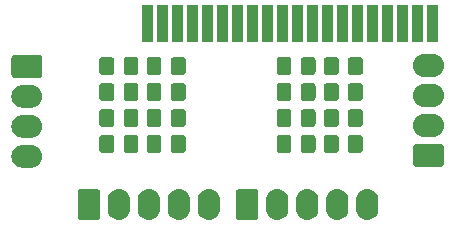
<source format=gbr>
G04 #@! TF.GenerationSoftware,KiCad,Pcbnew,(5.1.4)-1*
G04 #@! TF.CreationDate,2023-01-28T21:19:40+01:00*
G04 #@! TF.ProjectId,SEN-UP1-8xTH,53454e2d-5550-4312-9d38-7854482e6b69,V00.02*
G04 #@! TF.SameCoordinates,Original*
G04 #@! TF.FileFunction,Soldermask,Top*
G04 #@! TF.FilePolarity,Negative*
%FSLAX46Y46*%
G04 Gerber Fmt 4.6, Leading zero omitted, Abs format (unit mm)*
G04 Created by KiCad (PCBNEW (5.1.4)-1) date 2023-01-28 21:19:40*
%MOMM*%
%LPD*%
G04 APERTURE LIST*
%ADD10C,0.100000*%
G04 APERTURE END LIST*
D10*
G36*
X100476427Y-136212760D02*
G01*
X100655693Y-136267140D01*
X100820902Y-136355445D01*
X100965712Y-136474288D01*
X101084555Y-136619098D01*
X101172860Y-136784306D01*
X101227240Y-136963572D01*
X101241000Y-137103282D01*
X101241000Y-137896717D01*
X101227240Y-138036427D01*
X101172860Y-138215694D01*
X101084555Y-138380902D01*
X100965712Y-138525712D01*
X100820902Y-138644555D01*
X100655694Y-138732860D01*
X100476428Y-138787240D01*
X100290000Y-138805601D01*
X100103573Y-138787240D01*
X99924307Y-138732860D01*
X99759099Y-138644555D01*
X99614289Y-138525712D01*
X99495446Y-138380902D01*
X99407141Y-138215694D01*
X99352760Y-138036428D01*
X99339000Y-137896718D01*
X99339000Y-137103283D01*
X99352760Y-136963573D01*
X99407140Y-136784307D01*
X99495445Y-136619098D01*
X99614288Y-136474288D01*
X99759098Y-136355445D01*
X99924306Y-136267140D01*
X100103572Y-136212760D01*
X100290000Y-136194399D01*
X100476427Y-136212760D01*
X100476427Y-136212760D01*
G37*
G36*
X103016427Y-136212760D02*
G01*
X103195693Y-136267140D01*
X103360902Y-136355445D01*
X103505712Y-136474288D01*
X103624555Y-136619098D01*
X103712860Y-136784306D01*
X103767240Y-136963572D01*
X103781000Y-137103282D01*
X103781000Y-137896717D01*
X103767240Y-138036427D01*
X103712860Y-138215694D01*
X103624555Y-138380902D01*
X103505712Y-138525712D01*
X103360902Y-138644555D01*
X103195694Y-138732860D01*
X103016428Y-138787240D01*
X102830000Y-138805601D01*
X102643573Y-138787240D01*
X102464307Y-138732860D01*
X102299099Y-138644555D01*
X102154289Y-138525712D01*
X102035446Y-138380902D01*
X101947141Y-138215694D01*
X101892760Y-138036428D01*
X101879000Y-137896718D01*
X101879000Y-137103283D01*
X101892760Y-136963573D01*
X101947140Y-136784307D01*
X102035445Y-136619098D01*
X102154288Y-136474288D01*
X102299098Y-136355445D01*
X102464306Y-136267140D01*
X102643572Y-136212760D01*
X102830000Y-136194399D01*
X103016427Y-136212760D01*
X103016427Y-136212760D01*
G37*
G36*
X105556427Y-136212760D02*
G01*
X105735693Y-136267140D01*
X105900902Y-136355445D01*
X106045712Y-136474288D01*
X106164555Y-136619098D01*
X106252860Y-136784306D01*
X106307240Y-136963572D01*
X106321000Y-137103282D01*
X106321000Y-137896717D01*
X106307240Y-138036427D01*
X106252860Y-138215694D01*
X106164555Y-138380902D01*
X106045712Y-138525712D01*
X105900902Y-138644555D01*
X105735694Y-138732860D01*
X105556428Y-138787240D01*
X105370000Y-138805601D01*
X105183573Y-138787240D01*
X105004307Y-138732860D01*
X104839099Y-138644555D01*
X104694289Y-138525712D01*
X104575446Y-138380902D01*
X104487141Y-138215694D01*
X104432760Y-138036428D01*
X104419000Y-137896718D01*
X104419000Y-137103283D01*
X104432760Y-136963573D01*
X104487140Y-136784307D01*
X104575445Y-136619098D01*
X104694288Y-136474288D01*
X104839098Y-136355445D01*
X105004306Y-136267140D01*
X105183572Y-136212760D01*
X105370000Y-136194399D01*
X105556427Y-136212760D01*
X105556427Y-136212760D01*
G37*
G36*
X108096427Y-136212760D02*
G01*
X108275693Y-136267140D01*
X108440902Y-136355445D01*
X108585712Y-136474288D01*
X108704555Y-136619098D01*
X108792860Y-136784306D01*
X108847240Y-136963572D01*
X108861000Y-137103282D01*
X108861000Y-137896717D01*
X108847240Y-138036427D01*
X108792860Y-138215694D01*
X108704555Y-138380902D01*
X108585712Y-138525712D01*
X108440902Y-138644555D01*
X108275694Y-138732860D01*
X108096428Y-138787240D01*
X107910000Y-138805601D01*
X107723573Y-138787240D01*
X107544307Y-138732860D01*
X107379099Y-138644555D01*
X107234289Y-138525712D01*
X107115446Y-138380902D01*
X107027141Y-138215694D01*
X106972760Y-138036428D01*
X106959000Y-137896718D01*
X106959000Y-137103283D01*
X106972760Y-136963573D01*
X107027140Y-136784307D01*
X107115445Y-136619098D01*
X107234288Y-136474288D01*
X107379098Y-136355445D01*
X107544306Y-136267140D01*
X107723572Y-136212760D01*
X107910000Y-136194399D01*
X108096427Y-136212760D01*
X108096427Y-136212760D01*
G37*
G36*
X113876427Y-136212760D02*
G01*
X114055693Y-136267140D01*
X114220902Y-136355445D01*
X114365712Y-136474288D01*
X114484555Y-136619098D01*
X114572860Y-136784306D01*
X114627240Y-136963572D01*
X114641000Y-137103282D01*
X114641000Y-137896717D01*
X114627240Y-138036427D01*
X114572860Y-138215694D01*
X114484555Y-138380902D01*
X114365712Y-138525712D01*
X114220902Y-138644555D01*
X114055694Y-138732860D01*
X113876428Y-138787240D01*
X113690000Y-138805601D01*
X113503573Y-138787240D01*
X113324307Y-138732860D01*
X113159099Y-138644555D01*
X113014289Y-138525712D01*
X112895446Y-138380902D01*
X112807141Y-138215694D01*
X112752760Y-138036428D01*
X112739000Y-137896718D01*
X112739000Y-137103283D01*
X112752760Y-136963573D01*
X112807140Y-136784307D01*
X112895445Y-136619098D01*
X113014288Y-136474288D01*
X113159098Y-136355445D01*
X113324306Y-136267140D01*
X113503572Y-136212760D01*
X113690000Y-136194399D01*
X113876427Y-136212760D01*
X113876427Y-136212760D01*
G37*
G36*
X118956427Y-136212760D02*
G01*
X119135693Y-136267140D01*
X119300902Y-136355445D01*
X119445712Y-136474288D01*
X119564555Y-136619098D01*
X119652860Y-136784306D01*
X119707240Y-136963572D01*
X119721000Y-137103282D01*
X119721000Y-137896717D01*
X119707240Y-138036427D01*
X119652860Y-138215694D01*
X119564555Y-138380902D01*
X119445712Y-138525712D01*
X119300902Y-138644555D01*
X119135694Y-138732860D01*
X118956428Y-138787240D01*
X118770000Y-138805601D01*
X118583573Y-138787240D01*
X118404307Y-138732860D01*
X118239099Y-138644555D01*
X118094289Y-138525712D01*
X117975446Y-138380902D01*
X117887141Y-138215694D01*
X117832760Y-138036428D01*
X117819000Y-137896718D01*
X117819000Y-137103283D01*
X117832760Y-136963573D01*
X117887140Y-136784307D01*
X117975445Y-136619098D01*
X118094288Y-136474288D01*
X118239098Y-136355445D01*
X118404306Y-136267140D01*
X118583572Y-136212760D01*
X118770000Y-136194399D01*
X118956427Y-136212760D01*
X118956427Y-136212760D01*
G37*
G36*
X121496427Y-136212760D02*
G01*
X121675693Y-136267140D01*
X121840902Y-136355445D01*
X121985712Y-136474288D01*
X122104555Y-136619098D01*
X122192860Y-136784306D01*
X122247240Y-136963572D01*
X122261000Y-137103282D01*
X122261000Y-137896717D01*
X122247240Y-138036427D01*
X122192860Y-138215694D01*
X122104555Y-138380902D01*
X121985712Y-138525712D01*
X121840902Y-138644555D01*
X121675694Y-138732860D01*
X121496428Y-138787240D01*
X121310000Y-138805601D01*
X121123573Y-138787240D01*
X120944307Y-138732860D01*
X120779099Y-138644555D01*
X120634289Y-138525712D01*
X120515446Y-138380902D01*
X120427141Y-138215694D01*
X120372760Y-138036428D01*
X120359000Y-137896718D01*
X120359000Y-137103283D01*
X120372760Y-136963573D01*
X120427140Y-136784307D01*
X120515445Y-136619098D01*
X120634288Y-136474288D01*
X120779098Y-136355445D01*
X120944306Y-136267140D01*
X121123572Y-136212760D01*
X121310000Y-136194399D01*
X121496427Y-136212760D01*
X121496427Y-136212760D01*
G37*
G36*
X116416427Y-136212760D02*
G01*
X116595693Y-136267140D01*
X116760902Y-136355445D01*
X116905712Y-136474288D01*
X117024555Y-136619098D01*
X117112860Y-136784306D01*
X117167240Y-136963572D01*
X117181000Y-137103282D01*
X117181000Y-137896717D01*
X117167240Y-138036427D01*
X117112860Y-138215694D01*
X117024555Y-138380902D01*
X116905712Y-138525712D01*
X116760902Y-138644555D01*
X116595694Y-138732860D01*
X116416428Y-138787240D01*
X116230000Y-138805601D01*
X116043573Y-138787240D01*
X115864307Y-138732860D01*
X115699099Y-138644555D01*
X115554289Y-138525712D01*
X115435446Y-138380902D01*
X115347141Y-138215694D01*
X115292760Y-138036428D01*
X115279000Y-137896718D01*
X115279000Y-137103283D01*
X115292760Y-136963573D01*
X115347140Y-136784307D01*
X115435445Y-136619098D01*
X115554288Y-136474288D01*
X115699098Y-136355445D01*
X115864306Y-136267140D01*
X116043572Y-136212760D01*
X116230000Y-136194399D01*
X116416427Y-136212760D01*
X116416427Y-136212760D01*
G37*
G36*
X98517208Y-136203623D02*
G01*
X98559989Y-136216601D01*
X98599413Y-136237673D01*
X98633969Y-136266031D01*
X98662327Y-136300587D01*
X98683399Y-136340011D01*
X98696377Y-136382792D01*
X98701000Y-136429732D01*
X98701000Y-138570268D01*
X98696377Y-138617208D01*
X98683399Y-138659989D01*
X98662327Y-138699413D01*
X98633969Y-138733969D01*
X98599413Y-138762327D01*
X98559989Y-138783399D01*
X98517208Y-138796377D01*
X98470268Y-138801000D01*
X97029732Y-138801000D01*
X96982792Y-138796377D01*
X96940011Y-138783399D01*
X96900587Y-138762327D01*
X96866031Y-138733969D01*
X96837673Y-138699413D01*
X96816601Y-138659989D01*
X96803623Y-138617208D01*
X96799000Y-138570268D01*
X96799000Y-136429732D01*
X96803623Y-136382792D01*
X96816601Y-136340011D01*
X96837673Y-136300587D01*
X96866031Y-136266031D01*
X96900587Y-136237673D01*
X96940011Y-136216601D01*
X96982792Y-136203623D01*
X97029732Y-136199000D01*
X98470268Y-136199000D01*
X98517208Y-136203623D01*
X98517208Y-136203623D01*
G37*
G36*
X111917208Y-136203623D02*
G01*
X111959989Y-136216601D01*
X111999413Y-136237673D01*
X112033969Y-136266031D01*
X112062327Y-136300587D01*
X112083399Y-136340011D01*
X112096377Y-136382792D01*
X112101000Y-136429732D01*
X112101000Y-138570268D01*
X112096377Y-138617208D01*
X112083399Y-138659989D01*
X112062327Y-138699413D01*
X112033969Y-138733969D01*
X111999413Y-138762327D01*
X111959989Y-138783399D01*
X111917208Y-138796377D01*
X111870268Y-138801000D01*
X110429732Y-138801000D01*
X110382792Y-138796377D01*
X110340011Y-138783399D01*
X110300587Y-138762327D01*
X110266031Y-138733969D01*
X110237673Y-138699413D01*
X110216601Y-138659989D01*
X110203623Y-138617208D01*
X110199000Y-138570268D01*
X110199000Y-136429732D01*
X110203623Y-136382792D01*
X110216601Y-136340011D01*
X110237673Y-136300587D01*
X110266031Y-136266031D01*
X110300587Y-136237673D01*
X110340011Y-136216601D01*
X110382792Y-136203623D01*
X110429732Y-136199000D01*
X111870268Y-136199000D01*
X111917208Y-136203623D01*
X111917208Y-136203623D01*
G37*
G36*
X93036428Y-132482760D02*
G01*
X93215694Y-132537140D01*
X93380902Y-132625445D01*
X93525712Y-132744288D01*
X93644555Y-132889098D01*
X93732860Y-133054306D01*
X93787240Y-133233572D01*
X93805601Y-133420000D01*
X93787240Y-133606428D01*
X93732860Y-133785694D01*
X93644555Y-133950902D01*
X93525712Y-134095712D01*
X93380902Y-134214555D01*
X93215694Y-134302860D01*
X93036428Y-134357240D01*
X92896718Y-134371000D01*
X92103282Y-134371000D01*
X91963572Y-134357240D01*
X91784306Y-134302860D01*
X91619098Y-134214555D01*
X91474288Y-134095712D01*
X91355445Y-133950902D01*
X91267140Y-133785694D01*
X91212760Y-133606428D01*
X91194399Y-133420000D01*
X91212760Y-133233572D01*
X91267140Y-133054306D01*
X91355445Y-132889098D01*
X91474288Y-132744288D01*
X91619098Y-132625445D01*
X91784306Y-132537140D01*
X91963572Y-132482760D01*
X92103282Y-132469000D01*
X92896718Y-132469000D01*
X93036428Y-132482760D01*
X93036428Y-132482760D01*
G37*
G36*
X127617208Y-132393623D02*
G01*
X127659989Y-132406601D01*
X127699413Y-132427673D01*
X127733969Y-132456031D01*
X127762327Y-132490587D01*
X127783399Y-132530011D01*
X127796377Y-132572792D01*
X127801000Y-132619732D01*
X127801000Y-134060268D01*
X127796377Y-134107208D01*
X127783399Y-134149989D01*
X127762327Y-134189413D01*
X127733969Y-134223969D01*
X127699413Y-134252327D01*
X127659989Y-134273399D01*
X127617208Y-134286377D01*
X127570268Y-134291000D01*
X125429732Y-134291000D01*
X125382792Y-134286377D01*
X125340011Y-134273399D01*
X125300587Y-134252327D01*
X125266031Y-134223969D01*
X125237673Y-134189413D01*
X125216601Y-134149989D01*
X125203623Y-134107208D01*
X125199000Y-134060268D01*
X125199000Y-132619732D01*
X125203623Y-132572792D01*
X125216601Y-132530011D01*
X125237673Y-132490587D01*
X125266031Y-132456031D01*
X125300587Y-132427673D01*
X125340011Y-132406601D01*
X125382792Y-132393623D01*
X125429732Y-132389000D01*
X127570268Y-132389000D01*
X127617208Y-132393623D01*
X127617208Y-132393623D01*
G37*
G36*
X118694623Y-131613923D02*
G01*
X118740337Y-131627791D01*
X118782465Y-131650308D01*
X118819389Y-131680611D01*
X118849692Y-131717535D01*
X118872209Y-131759663D01*
X118886077Y-131805377D01*
X118891000Y-131855366D01*
X118891000Y-132864634D01*
X118886077Y-132914623D01*
X118872209Y-132960337D01*
X118849692Y-133002465D01*
X118819389Y-133039389D01*
X118782465Y-133069692D01*
X118740337Y-133092209D01*
X118694623Y-133106077D01*
X118644634Y-133111000D01*
X117885366Y-133111000D01*
X117835377Y-133106077D01*
X117789663Y-133092209D01*
X117747535Y-133069692D01*
X117710611Y-133039389D01*
X117680308Y-133002465D01*
X117657791Y-132960337D01*
X117643923Y-132914623D01*
X117639000Y-132864634D01*
X117639000Y-131855366D01*
X117643923Y-131805377D01*
X117657791Y-131759663D01*
X117680308Y-131717535D01*
X117710611Y-131680611D01*
X117747535Y-131650308D01*
X117789663Y-131627791D01*
X117835377Y-131613923D01*
X117885366Y-131609000D01*
X118644634Y-131609000D01*
X118694623Y-131613923D01*
X118694623Y-131613923D01*
G37*
G36*
X99694623Y-131613923D02*
G01*
X99740337Y-131627791D01*
X99782465Y-131650308D01*
X99819389Y-131680611D01*
X99849692Y-131717535D01*
X99872209Y-131759663D01*
X99886077Y-131805377D01*
X99891000Y-131855366D01*
X99891000Y-132864634D01*
X99886077Y-132914623D01*
X99872209Y-132960337D01*
X99849692Y-133002465D01*
X99819389Y-133039389D01*
X99782465Y-133069692D01*
X99740337Y-133092209D01*
X99694623Y-133106077D01*
X99644634Y-133111000D01*
X98885366Y-133111000D01*
X98835377Y-133106077D01*
X98789663Y-133092209D01*
X98747535Y-133069692D01*
X98710611Y-133039389D01*
X98680308Y-133002465D01*
X98657791Y-132960337D01*
X98643923Y-132914623D01*
X98639000Y-132864634D01*
X98639000Y-131855366D01*
X98643923Y-131805377D01*
X98657791Y-131759663D01*
X98680308Y-131717535D01*
X98710611Y-131680611D01*
X98747535Y-131650308D01*
X98789663Y-131627791D01*
X98835377Y-131613923D01*
X98885366Y-131609000D01*
X99644634Y-131609000D01*
X99694623Y-131613923D01*
X99694623Y-131613923D01*
G37*
G36*
X101744623Y-131613923D02*
G01*
X101790337Y-131627791D01*
X101832465Y-131650308D01*
X101869389Y-131680611D01*
X101899692Y-131717535D01*
X101922209Y-131759663D01*
X101936077Y-131805377D01*
X101941000Y-131855366D01*
X101941000Y-132864634D01*
X101936077Y-132914623D01*
X101922209Y-132960337D01*
X101899692Y-133002465D01*
X101869389Y-133039389D01*
X101832465Y-133069692D01*
X101790337Y-133092209D01*
X101744623Y-133106077D01*
X101694634Y-133111000D01*
X100935366Y-133111000D01*
X100885377Y-133106077D01*
X100839663Y-133092209D01*
X100797535Y-133069692D01*
X100760611Y-133039389D01*
X100730308Y-133002465D01*
X100707791Y-132960337D01*
X100693923Y-132914623D01*
X100689000Y-132864634D01*
X100689000Y-131855366D01*
X100693923Y-131805377D01*
X100707791Y-131759663D01*
X100730308Y-131717535D01*
X100760611Y-131680611D01*
X100797535Y-131650308D01*
X100839663Y-131627791D01*
X100885377Y-131613923D01*
X100935366Y-131609000D01*
X101694634Y-131609000D01*
X101744623Y-131613923D01*
X101744623Y-131613923D01*
G37*
G36*
X103694623Y-131613923D02*
G01*
X103740337Y-131627791D01*
X103782465Y-131650308D01*
X103819389Y-131680611D01*
X103849692Y-131717535D01*
X103872209Y-131759663D01*
X103886077Y-131805377D01*
X103891000Y-131855366D01*
X103891000Y-132864634D01*
X103886077Y-132914623D01*
X103872209Y-132960337D01*
X103849692Y-133002465D01*
X103819389Y-133039389D01*
X103782465Y-133069692D01*
X103740337Y-133092209D01*
X103694623Y-133106077D01*
X103644634Y-133111000D01*
X102885366Y-133111000D01*
X102835377Y-133106077D01*
X102789663Y-133092209D01*
X102747535Y-133069692D01*
X102710611Y-133039389D01*
X102680308Y-133002465D01*
X102657791Y-132960337D01*
X102643923Y-132914623D01*
X102639000Y-132864634D01*
X102639000Y-131855366D01*
X102643923Y-131805377D01*
X102657791Y-131759663D01*
X102680308Y-131717535D01*
X102710611Y-131680611D01*
X102747535Y-131650308D01*
X102789663Y-131627791D01*
X102835377Y-131613923D01*
X102885366Y-131609000D01*
X103644634Y-131609000D01*
X103694623Y-131613923D01*
X103694623Y-131613923D01*
G37*
G36*
X105744623Y-131613923D02*
G01*
X105790337Y-131627791D01*
X105832465Y-131650308D01*
X105869389Y-131680611D01*
X105899692Y-131717535D01*
X105922209Y-131759663D01*
X105936077Y-131805377D01*
X105941000Y-131855366D01*
X105941000Y-132864634D01*
X105936077Y-132914623D01*
X105922209Y-132960337D01*
X105899692Y-133002465D01*
X105869389Y-133039389D01*
X105832465Y-133069692D01*
X105790337Y-133092209D01*
X105744623Y-133106077D01*
X105694634Y-133111000D01*
X104935366Y-133111000D01*
X104885377Y-133106077D01*
X104839663Y-133092209D01*
X104797535Y-133069692D01*
X104760611Y-133039389D01*
X104730308Y-133002465D01*
X104707791Y-132960337D01*
X104693923Y-132914623D01*
X104689000Y-132864634D01*
X104689000Y-131855366D01*
X104693923Y-131805377D01*
X104707791Y-131759663D01*
X104730308Y-131717535D01*
X104760611Y-131680611D01*
X104797535Y-131650308D01*
X104839663Y-131627791D01*
X104885377Y-131613923D01*
X104935366Y-131609000D01*
X105694634Y-131609000D01*
X105744623Y-131613923D01*
X105744623Y-131613923D01*
G37*
G36*
X114694623Y-131613923D02*
G01*
X114740337Y-131627791D01*
X114782465Y-131650308D01*
X114819389Y-131680611D01*
X114849692Y-131717535D01*
X114872209Y-131759663D01*
X114886077Y-131805377D01*
X114891000Y-131855366D01*
X114891000Y-132864634D01*
X114886077Y-132914623D01*
X114872209Y-132960337D01*
X114849692Y-133002465D01*
X114819389Y-133039389D01*
X114782465Y-133069692D01*
X114740337Y-133092209D01*
X114694623Y-133106077D01*
X114644634Y-133111000D01*
X113885366Y-133111000D01*
X113835377Y-133106077D01*
X113789663Y-133092209D01*
X113747535Y-133069692D01*
X113710611Y-133039389D01*
X113680308Y-133002465D01*
X113657791Y-132960337D01*
X113643923Y-132914623D01*
X113639000Y-132864634D01*
X113639000Y-131855366D01*
X113643923Y-131805377D01*
X113657791Y-131759663D01*
X113680308Y-131717535D01*
X113710611Y-131680611D01*
X113747535Y-131650308D01*
X113789663Y-131627791D01*
X113835377Y-131613923D01*
X113885366Y-131609000D01*
X114644634Y-131609000D01*
X114694623Y-131613923D01*
X114694623Y-131613923D01*
G37*
G36*
X116744623Y-131613923D02*
G01*
X116790337Y-131627791D01*
X116832465Y-131650308D01*
X116869389Y-131680611D01*
X116899692Y-131717535D01*
X116922209Y-131759663D01*
X116936077Y-131805377D01*
X116941000Y-131855366D01*
X116941000Y-132864634D01*
X116936077Y-132914623D01*
X116922209Y-132960337D01*
X116899692Y-133002465D01*
X116869389Y-133039389D01*
X116832465Y-133069692D01*
X116790337Y-133092209D01*
X116744623Y-133106077D01*
X116694634Y-133111000D01*
X115935366Y-133111000D01*
X115885377Y-133106077D01*
X115839663Y-133092209D01*
X115797535Y-133069692D01*
X115760611Y-133039389D01*
X115730308Y-133002465D01*
X115707791Y-132960337D01*
X115693923Y-132914623D01*
X115689000Y-132864634D01*
X115689000Y-131855366D01*
X115693923Y-131805377D01*
X115707791Y-131759663D01*
X115730308Y-131717535D01*
X115760611Y-131680611D01*
X115797535Y-131650308D01*
X115839663Y-131627791D01*
X115885377Y-131613923D01*
X115935366Y-131609000D01*
X116694634Y-131609000D01*
X116744623Y-131613923D01*
X116744623Y-131613923D01*
G37*
G36*
X120744623Y-131613923D02*
G01*
X120790337Y-131627791D01*
X120832465Y-131650308D01*
X120869389Y-131680611D01*
X120899692Y-131717535D01*
X120922209Y-131759663D01*
X120936077Y-131805377D01*
X120941000Y-131855366D01*
X120941000Y-132864634D01*
X120936077Y-132914623D01*
X120922209Y-132960337D01*
X120899692Y-133002465D01*
X120869389Y-133039389D01*
X120832465Y-133069692D01*
X120790337Y-133092209D01*
X120744623Y-133106077D01*
X120694634Y-133111000D01*
X119935366Y-133111000D01*
X119885377Y-133106077D01*
X119839663Y-133092209D01*
X119797535Y-133069692D01*
X119760611Y-133039389D01*
X119730308Y-133002465D01*
X119707791Y-132960337D01*
X119693923Y-132914623D01*
X119689000Y-132864634D01*
X119689000Y-131855366D01*
X119693923Y-131805377D01*
X119707791Y-131759663D01*
X119730308Y-131717535D01*
X119760611Y-131680611D01*
X119797535Y-131650308D01*
X119839663Y-131627791D01*
X119885377Y-131613923D01*
X119935366Y-131609000D01*
X120694634Y-131609000D01*
X120744623Y-131613923D01*
X120744623Y-131613923D01*
G37*
G36*
X93036428Y-129942760D02*
G01*
X93215694Y-129997140D01*
X93380902Y-130085445D01*
X93525712Y-130204288D01*
X93644555Y-130349098D01*
X93732860Y-130514306D01*
X93787240Y-130693572D01*
X93805601Y-130880000D01*
X93787240Y-131066428D01*
X93732860Y-131245694D01*
X93644555Y-131410902D01*
X93525712Y-131555712D01*
X93380902Y-131674555D01*
X93215694Y-131762860D01*
X93036428Y-131817240D01*
X92896718Y-131831000D01*
X92103282Y-131831000D01*
X91963572Y-131817240D01*
X91784306Y-131762860D01*
X91619098Y-131674555D01*
X91474288Y-131555712D01*
X91355445Y-131410902D01*
X91267140Y-131245694D01*
X91212760Y-131066428D01*
X91194399Y-130880000D01*
X91212760Y-130693572D01*
X91267140Y-130514306D01*
X91355445Y-130349098D01*
X91474288Y-130204288D01*
X91619098Y-130085445D01*
X91784306Y-129997140D01*
X91963572Y-129942760D01*
X92103282Y-129929000D01*
X92896718Y-129929000D01*
X93036428Y-129942760D01*
X93036428Y-129942760D01*
G37*
G36*
X127036428Y-129862760D02*
G01*
X127215694Y-129917140D01*
X127380902Y-130005445D01*
X127525712Y-130124288D01*
X127644555Y-130269098D01*
X127732860Y-130434306D01*
X127787240Y-130613572D01*
X127805601Y-130800000D01*
X127787240Y-130986428D01*
X127732860Y-131165694D01*
X127644555Y-131330902D01*
X127525712Y-131475712D01*
X127380902Y-131594555D01*
X127215694Y-131682860D01*
X127036428Y-131737240D01*
X126896718Y-131751000D01*
X126103282Y-131751000D01*
X125963572Y-131737240D01*
X125784306Y-131682860D01*
X125619098Y-131594555D01*
X125474288Y-131475712D01*
X125355445Y-131330902D01*
X125267140Y-131165694D01*
X125212760Y-130986428D01*
X125194399Y-130800000D01*
X125212760Y-130613572D01*
X125267140Y-130434306D01*
X125355445Y-130269098D01*
X125474288Y-130124288D01*
X125619098Y-130005445D01*
X125784306Y-129917140D01*
X125963572Y-129862760D01*
X126103282Y-129849000D01*
X126896718Y-129849000D01*
X127036428Y-129862760D01*
X127036428Y-129862760D01*
G37*
G36*
X101744623Y-129413923D02*
G01*
X101790337Y-129427791D01*
X101832465Y-129450308D01*
X101869389Y-129480611D01*
X101899692Y-129517535D01*
X101922209Y-129559663D01*
X101936077Y-129605377D01*
X101941000Y-129655366D01*
X101941000Y-130664634D01*
X101936077Y-130714623D01*
X101922209Y-130760337D01*
X101899692Y-130802465D01*
X101869389Y-130839389D01*
X101832465Y-130869692D01*
X101790337Y-130892209D01*
X101744623Y-130906077D01*
X101694634Y-130911000D01*
X100935366Y-130911000D01*
X100885377Y-130906077D01*
X100839663Y-130892209D01*
X100797535Y-130869692D01*
X100760611Y-130839389D01*
X100730308Y-130802465D01*
X100707791Y-130760337D01*
X100693923Y-130714623D01*
X100689000Y-130664634D01*
X100689000Y-129655366D01*
X100693923Y-129605377D01*
X100707791Y-129559663D01*
X100730308Y-129517535D01*
X100760611Y-129480611D01*
X100797535Y-129450308D01*
X100839663Y-129427791D01*
X100885377Y-129413923D01*
X100935366Y-129409000D01*
X101694634Y-129409000D01*
X101744623Y-129413923D01*
X101744623Y-129413923D01*
G37*
G36*
X116744623Y-129413923D02*
G01*
X116790337Y-129427791D01*
X116832465Y-129450308D01*
X116869389Y-129480611D01*
X116899692Y-129517535D01*
X116922209Y-129559663D01*
X116936077Y-129605377D01*
X116941000Y-129655366D01*
X116941000Y-130664634D01*
X116936077Y-130714623D01*
X116922209Y-130760337D01*
X116899692Y-130802465D01*
X116869389Y-130839389D01*
X116832465Y-130869692D01*
X116790337Y-130892209D01*
X116744623Y-130906077D01*
X116694634Y-130911000D01*
X115935366Y-130911000D01*
X115885377Y-130906077D01*
X115839663Y-130892209D01*
X115797535Y-130869692D01*
X115760611Y-130839389D01*
X115730308Y-130802465D01*
X115707791Y-130760337D01*
X115693923Y-130714623D01*
X115689000Y-130664634D01*
X115689000Y-129655366D01*
X115693923Y-129605377D01*
X115707791Y-129559663D01*
X115730308Y-129517535D01*
X115760611Y-129480611D01*
X115797535Y-129450308D01*
X115839663Y-129427791D01*
X115885377Y-129413923D01*
X115935366Y-129409000D01*
X116694634Y-129409000D01*
X116744623Y-129413923D01*
X116744623Y-129413923D01*
G37*
G36*
X114694623Y-129413923D02*
G01*
X114740337Y-129427791D01*
X114782465Y-129450308D01*
X114819389Y-129480611D01*
X114849692Y-129517535D01*
X114872209Y-129559663D01*
X114886077Y-129605377D01*
X114891000Y-129655366D01*
X114891000Y-130664634D01*
X114886077Y-130714623D01*
X114872209Y-130760337D01*
X114849692Y-130802465D01*
X114819389Y-130839389D01*
X114782465Y-130869692D01*
X114740337Y-130892209D01*
X114694623Y-130906077D01*
X114644634Y-130911000D01*
X113885366Y-130911000D01*
X113835377Y-130906077D01*
X113789663Y-130892209D01*
X113747535Y-130869692D01*
X113710611Y-130839389D01*
X113680308Y-130802465D01*
X113657791Y-130760337D01*
X113643923Y-130714623D01*
X113639000Y-130664634D01*
X113639000Y-129655366D01*
X113643923Y-129605377D01*
X113657791Y-129559663D01*
X113680308Y-129517535D01*
X113710611Y-129480611D01*
X113747535Y-129450308D01*
X113789663Y-129427791D01*
X113835377Y-129413923D01*
X113885366Y-129409000D01*
X114644634Y-129409000D01*
X114694623Y-129413923D01*
X114694623Y-129413923D01*
G37*
G36*
X105744623Y-129413923D02*
G01*
X105790337Y-129427791D01*
X105832465Y-129450308D01*
X105869389Y-129480611D01*
X105899692Y-129517535D01*
X105922209Y-129559663D01*
X105936077Y-129605377D01*
X105941000Y-129655366D01*
X105941000Y-130664634D01*
X105936077Y-130714623D01*
X105922209Y-130760337D01*
X105899692Y-130802465D01*
X105869389Y-130839389D01*
X105832465Y-130869692D01*
X105790337Y-130892209D01*
X105744623Y-130906077D01*
X105694634Y-130911000D01*
X104935366Y-130911000D01*
X104885377Y-130906077D01*
X104839663Y-130892209D01*
X104797535Y-130869692D01*
X104760611Y-130839389D01*
X104730308Y-130802465D01*
X104707791Y-130760337D01*
X104693923Y-130714623D01*
X104689000Y-130664634D01*
X104689000Y-129655366D01*
X104693923Y-129605377D01*
X104707791Y-129559663D01*
X104730308Y-129517535D01*
X104760611Y-129480611D01*
X104797535Y-129450308D01*
X104839663Y-129427791D01*
X104885377Y-129413923D01*
X104935366Y-129409000D01*
X105694634Y-129409000D01*
X105744623Y-129413923D01*
X105744623Y-129413923D01*
G37*
G36*
X103694623Y-129413923D02*
G01*
X103740337Y-129427791D01*
X103782465Y-129450308D01*
X103819389Y-129480611D01*
X103849692Y-129517535D01*
X103872209Y-129559663D01*
X103886077Y-129605377D01*
X103891000Y-129655366D01*
X103891000Y-130664634D01*
X103886077Y-130714623D01*
X103872209Y-130760337D01*
X103849692Y-130802465D01*
X103819389Y-130839389D01*
X103782465Y-130869692D01*
X103740337Y-130892209D01*
X103694623Y-130906077D01*
X103644634Y-130911000D01*
X102885366Y-130911000D01*
X102835377Y-130906077D01*
X102789663Y-130892209D01*
X102747535Y-130869692D01*
X102710611Y-130839389D01*
X102680308Y-130802465D01*
X102657791Y-130760337D01*
X102643923Y-130714623D01*
X102639000Y-130664634D01*
X102639000Y-129655366D01*
X102643923Y-129605377D01*
X102657791Y-129559663D01*
X102680308Y-129517535D01*
X102710611Y-129480611D01*
X102747535Y-129450308D01*
X102789663Y-129427791D01*
X102835377Y-129413923D01*
X102885366Y-129409000D01*
X103644634Y-129409000D01*
X103694623Y-129413923D01*
X103694623Y-129413923D01*
G37*
G36*
X99694623Y-129413923D02*
G01*
X99740337Y-129427791D01*
X99782465Y-129450308D01*
X99819389Y-129480611D01*
X99849692Y-129517535D01*
X99872209Y-129559663D01*
X99886077Y-129605377D01*
X99891000Y-129655366D01*
X99891000Y-130664634D01*
X99886077Y-130714623D01*
X99872209Y-130760337D01*
X99849692Y-130802465D01*
X99819389Y-130839389D01*
X99782465Y-130869692D01*
X99740337Y-130892209D01*
X99694623Y-130906077D01*
X99644634Y-130911000D01*
X98885366Y-130911000D01*
X98835377Y-130906077D01*
X98789663Y-130892209D01*
X98747535Y-130869692D01*
X98710611Y-130839389D01*
X98680308Y-130802465D01*
X98657791Y-130760337D01*
X98643923Y-130714623D01*
X98639000Y-130664634D01*
X98639000Y-129655366D01*
X98643923Y-129605377D01*
X98657791Y-129559663D01*
X98680308Y-129517535D01*
X98710611Y-129480611D01*
X98747535Y-129450308D01*
X98789663Y-129427791D01*
X98835377Y-129413923D01*
X98885366Y-129409000D01*
X99644634Y-129409000D01*
X99694623Y-129413923D01*
X99694623Y-129413923D01*
G37*
G36*
X120744623Y-129413923D02*
G01*
X120790337Y-129427791D01*
X120832465Y-129450308D01*
X120869389Y-129480611D01*
X120899692Y-129517535D01*
X120922209Y-129559663D01*
X120936077Y-129605377D01*
X120941000Y-129655366D01*
X120941000Y-130664634D01*
X120936077Y-130714623D01*
X120922209Y-130760337D01*
X120899692Y-130802465D01*
X120869389Y-130839389D01*
X120832465Y-130869692D01*
X120790337Y-130892209D01*
X120744623Y-130906077D01*
X120694634Y-130911000D01*
X119935366Y-130911000D01*
X119885377Y-130906077D01*
X119839663Y-130892209D01*
X119797535Y-130869692D01*
X119760611Y-130839389D01*
X119730308Y-130802465D01*
X119707791Y-130760337D01*
X119693923Y-130714623D01*
X119689000Y-130664634D01*
X119689000Y-129655366D01*
X119693923Y-129605377D01*
X119707791Y-129559663D01*
X119730308Y-129517535D01*
X119760611Y-129480611D01*
X119797535Y-129450308D01*
X119839663Y-129427791D01*
X119885377Y-129413923D01*
X119935366Y-129409000D01*
X120694634Y-129409000D01*
X120744623Y-129413923D01*
X120744623Y-129413923D01*
G37*
G36*
X118694623Y-129413923D02*
G01*
X118740337Y-129427791D01*
X118782465Y-129450308D01*
X118819389Y-129480611D01*
X118849692Y-129517535D01*
X118872209Y-129559663D01*
X118886077Y-129605377D01*
X118891000Y-129655366D01*
X118891000Y-130664634D01*
X118886077Y-130714623D01*
X118872209Y-130760337D01*
X118849692Y-130802465D01*
X118819389Y-130839389D01*
X118782465Y-130869692D01*
X118740337Y-130892209D01*
X118694623Y-130906077D01*
X118644634Y-130911000D01*
X117885366Y-130911000D01*
X117835377Y-130906077D01*
X117789663Y-130892209D01*
X117747535Y-130869692D01*
X117710611Y-130839389D01*
X117680308Y-130802465D01*
X117657791Y-130760337D01*
X117643923Y-130714623D01*
X117639000Y-130664634D01*
X117639000Y-129655366D01*
X117643923Y-129605377D01*
X117657791Y-129559663D01*
X117680308Y-129517535D01*
X117710611Y-129480611D01*
X117747535Y-129450308D01*
X117789663Y-129427791D01*
X117835377Y-129413923D01*
X117885366Y-129409000D01*
X118644634Y-129409000D01*
X118694623Y-129413923D01*
X118694623Y-129413923D01*
G37*
G36*
X93036428Y-127402760D02*
G01*
X93215694Y-127457140D01*
X93380902Y-127545445D01*
X93525712Y-127664288D01*
X93644555Y-127809098D01*
X93732860Y-127974306D01*
X93787240Y-128153572D01*
X93805601Y-128340000D01*
X93787240Y-128526428D01*
X93732860Y-128705694D01*
X93644555Y-128870902D01*
X93525712Y-129015712D01*
X93380902Y-129134555D01*
X93215694Y-129222860D01*
X93036428Y-129277240D01*
X92896718Y-129291000D01*
X92103282Y-129291000D01*
X91963572Y-129277240D01*
X91784306Y-129222860D01*
X91619098Y-129134555D01*
X91474288Y-129015712D01*
X91355445Y-128870902D01*
X91267140Y-128705694D01*
X91212760Y-128526428D01*
X91194399Y-128340000D01*
X91212760Y-128153572D01*
X91267140Y-127974306D01*
X91355445Y-127809098D01*
X91474288Y-127664288D01*
X91619098Y-127545445D01*
X91784306Y-127457140D01*
X91963572Y-127402760D01*
X92103282Y-127389000D01*
X92896718Y-127389000D01*
X93036428Y-127402760D01*
X93036428Y-127402760D01*
G37*
G36*
X127036428Y-127322760D02*
G01*
X127215694Y-127377140D01*
X127380902Y-127465445D01*
X127525712Y-127584288D01*
X127644555Y-127729098D01*
X127732860Y-127894306D01*
X127787240Y-128073572D01*
X127805601Y-128260000D01*
X127787240Y-128446428D01*
X127732860Y-128625694D01*
X127644555Y-128790902D01*
X127525712Y-128935712D01*
X127380902Y-129054555D01*
X127215694Y-129142860D01*
X127036428Y-129197240D01*
X126896718Y-129211000D01*
X126103282Y-129211000D01*
X125963572Y-129197240D01*
X125784306Y-129142860D01*
X125619098Y-129054555D01*
X125474288Y-128935712D01*
X125355445Y-128790902D01*
X125267140Y-128625694D01*
X125212760Y-128446428D01*
X125194399Y-128260000D01*
X125212760Y-128073572D01*
X125267140Y-127894306D01*
X125355445Y-127729098D01*
X125474288Y-127584288D01*
X125619098Y-127465445D01*
X125784306Y-127377140D01*
X125963572Y-127322760D01*
X126103282Y-127309000D01*
X126896718Y-127309000D01*
X127036428Y-127322760D01*
X127036428Y-127322760D01*
G37*
G36*
X120744623Y-127213923D02*
G01*
X120790337Y-127227791D01*
X120832465Y-127250308D01*
X120869389Y-127280611D01*
X120899692Y-127317535D01*
X120922209Y-127359663D01*
X120936077Y-127405377D01*
X120941000Y-127455366D01*
X120941000Y-128464634D01*
X120936077Y-128514623D01*
X120922209Y-128560337D01*
X120899692Y-128602465D01*
X120869389Y-128639389D01*
X120832465Y-128669692D01*
X120790337Y-128692209D01*
X120744623Y-128706077D01*
X120694634Y-128711000D01*
X119935366Y-128711000D01*
X119885377Y-128706077D01*
X119839663Y-128692209D01*
X119797535Y-128669692D01*
X119760611Y-128639389D01*
X119730308Y-128602465D01*
X119707791Y-128560337D01*
X119693923Y-128514623D01*
X119689000Y-128464634D01*
X119689000Y-127455366D01*
X119693923Y-127405377D01*
X119707791Y-127359663D01*
X119730308Y-127317535D01*
X119760611Y-127280611D01*
X119797535Y-127250308D01*
X119839663Y-127227791D01*
X119885377Y-127213923D01*
X119935366Y-127209000D01*
X120694634Y-127209000D01*
X120744623Y-127213923D01*
X120744623Y-127213923D01*
G37*
G36*
X116744623Y-127213923D02*
G01*
X116790337Y-127227791D01*
X116832465Y-127250308D01*
X116869389Y-127280611D01*
X116899692Y-127317535D01*
X116922209Y-127359663D01*
X116936077Y-127405377D01*
X116941000Y-127455366D01*
X116941000Y-128464634D01*
X116936077Y-128514623D01*
X116922209Y-128560337D01*
X116899692Y-128602465D01*
X116869389Y-128639389D01*
X116832465Y-128669692D01*
X116790337Y-128692209D01*
X116744623Y-128706077D01*
X116694634Y-128711000D01*
X115935366Y-128711000D01*
X115885377Y-128706077D01*
X115839663Y-128692209D01*
X115797535Y-128669692D01*
X115760611Y-128639389D01*
X115730308Y-128602465D01*
X115707791Y-128560337D01*
X115693923Y-128514623D01*
X115689000Y-128464634D01*
X115689000Y-127455366D01*
X115693923Y-127405377D01*
X115707791Y-127359663D01*
X115730308Y-127317535D01*
X115760611Y-127280611D01*
X115797535Y-127250308D01*
X115839663Y-127227791D01*
X115885377Y-127213923D01*
X115935366Y-127209000D01*
X116694634Y-127209000D01*
X116744623Y-127213923D01*
X116744623Y-127213923D01*
G37*
G36*
X114694623Y-127213923D02*
G01*
X114740337Y-127227791D01*
X114782465Y-127250308D01*
X114819389Y-127280611D01*
X114849692Y-127317535D01*
X114872209Y-127359663D01*
X114886077Y-127405377D01*
X114891000Y-127455366D01*
X114891000Y-128464634D01*
X114886077Y-128514623D01*
X114872209Y-128560337D01*
X114849692Y-128602465D01*
X114819389Y-128639389D01*
X114782465Y-128669692D01*
X114740337Y-128692209D01*
X114694623Y-128706077D01*
X114644634Y-128711000D01*
X113885366Y-128711000D01*
X113835377Y-128706077D01*
X113789663Y-128692209D01*
X113747535Y-128669692D01*
X113710611Y-128639389D01*
X113680308Y-128602465D01*
X113657791Y-128560337D01*
X113643923Y-128514623D01*
X113639000Y-128464634D01*
X113639000Y-127455366D01*
X113643923Y-127405377D01*
X113657791Y-127359663D01*
X113680308Y-127317535D01*
X113710611Y-127280611D01*
X113747535Y-127250308D01*
X113789663Y-127227791D01*
X113835377Y-127213923D01*
X113885366Y-127209000D01*
X114644634Y-127209000D01*
X114694623Y-127213923D01*
X114694623Y-127213923D01*
G37*
G36*
X105744623Y-127213923D02*
G01*
X105790337Y-127227791D01*
X105832465Y-127250308D01*
X105869389Y-127280611D01*
X105899692Y-127317535D01*
X105922209Y-127359663D01*
X105936077Y-127405377D01*
X105941000Y-127455366D01*
X105941000Y-128464634D01*
X105936077Y-128514623D01*
X105922209Y-128560337D01*
X105899692Y-128602465D01*
X105869389Y-128639389D01*
X105832465Y-128669692D01*
X105790337Y-128692209D01*
X105744623Y-128706077D01*
X105694634Y-128711000D01*
X104935366Y-128711000D01*
X104885377Y-128706077D01*
X104839663Y-128692209D01*
X104797535Y-128669692D01*
X104760611Y-128639389D01*
X104730308Y-128602465D01*
X104707791Y-128560337D01*
X104693923Y-128514623D01*
X104689000Y-128464634D01*
X104689000Y-127455366D01*
X104693923Y-127405377D01*
X104707791Y-127359663D01*
X104730308Y-127317535D01*
X104760611Y-127280611D01*
X104797535Y-127250308D01*
X104839663Y-127227791D01*
X104885377Y-127213923D01*
X104935366Y-127209000D01*
X105694634Y-127209000D01*
X105744623Y-127213923D01*
X105744623Y-127213923D01*
G37*
G36*
X101744623Y-127213923D02*
G01*
X101790337Y-127227791D01*
X101832465Y-127250308D01*
X101869389Y-127280611D01*
X101899692Y-127317535D01*
X101922209Y-127359663D01*
X101936077Y-127405377D01*
X101941000Y-127455366D01*
X101941000Y-128464634D01*
X101936077Y-128514623D01*
X101922209Y-128560337D01*
X101899692Y-128602465D01*
X101869389Y-128639389D01*
X101832465Y-128669692D01*
X101790337Y-128692209D01*
X101744623Y-128706077D01*
X101694634Y-128711000D01*
X100935366Y-128711000D01*
X100885377Y-128706077D01*
X100839663Y-128692209D01*
X100797535Y-128669692D01*
X100760611Y-128639389D01*
X100730308Y-128602465D01*
X100707791Y-128560337D01*
X100693923Y-128514623D01*
X100689000Y-128464634D01*
X100689000Y-127455366D01*
X100693923Y-127405377D01*
X100707791Y-127359663D01*
X100730308Y-127317535D01*
X100760611Y-127280611D01*
X100797535Y-127250308D01*
X100839663Y-127227791D01*
X100885377Y-127213923D01*
X100935366Y-127209000D01*
X101694634Y-127209000D01*
X101744623Y-127213923D01*
X101744623Y-127213923D01*
G37*
G36*
X118694623Y-127213923D02*
G01*
X118740337Y-127227791D01*
X118782465Y-127250308D01*
X118819389Y-127280611D01*
X118849692Y-127317535D01*
X118872209Y-127359663D01*
X118886077Y-127405377D01*
X118891000Y-127455366D01*
X118891000Y-128464634D01*
X118886077Y-128514623D01*
X118872209Y-128560337D01*
X118849692Y-128602465D01*
X118819389Y-128639389D01*
X118782465Y-128669692D01*
X118740337Y-128692209D01*
X118694623Y-128706077D01*
X118644634Y-128711000D01*
X117885366Y-128711000D01*
X117835377Y-128706077D01*
X117789663Y-128692209D01*
X117747535Y-128669692D01*
X117710611Y-128639389D01*
X117680308Y-128602465D01*
X117657791Y-128560337D01*
X117643923Y-128514623D01*
X117639000Y-128464634D01*
X117639000Y-127455366D01*
X117643923Y-127405377D01*
X117657791Y-127359663D01*
X117680308Y-127317535D01*
X117710611Y-127280611D01*
X117747535Y-127250308D01*
X117789663Y-127227791D01*
X117835377Y-127213923D01*
X117885366Y-127209000D01*
X118644634Y-127209000D01*
X118694623Y-127213923D01*
X118694623Y-127213923D01*
G37*
G36*
X99694623Y-127213923D02*
G01*
X99740337Y-127227791D01*
X99782465Y-127250308D01*
X99819389Y-127280611D01*
X99849692Y-127317535D01*
X99872209Y-127359663D01*
X99886077Y-127405377D01*
X99891000Y-127455366D01*
X99891000Y-128464634D01*
X99886077Y-128514623D01*
X99872209Y-128560337D01*
X99849692Y-128602465D01*
X99819389Y-128639389D01*
X99782465Y-128669692D01*
X99740337Y-128692209D01*
X99694623Y-128706077D01*
X99644634Y-128711000D01*
X98885366Y-128711000D01*
X98835377Y-128706077D01*
X98789663Y-128692209D01*
X98747535Y-128669692D01*
X98710611Y-128639389D01*
X98680308Y-128602465D01*
X98657791Y-128560337D01*
X98643923Y-128514623D01*
X98639000Y-128464634D01*
X98639000Y-127455366D01*
X98643923Y-127405377D01*
X98657791Y-127359663D01*
X98680308Y-127317535D01*
X98710611Y-127280611D01*
X98747535Y-127250308D01*
X98789663Y-127227791D01*
X98835377Y-127213923D01*
X98885366Y-127209000D01*
X99644634Y-127209000D01*
X99694623Y-127213923D01*
X99694623Y-127213923D01*
G37*
G36*
X103694623Y-127213923D02*
G01*
X103740337Y-127227791D01*
X103782465Y-127250308D01*
X103819389Y-127280611D01*
X103849692Y-127317535D01*
X103872209Y-127359663D01*
X103886077Y-127405377D01*
X103891000Y-127455366D01*
X103891000Y-128464634D01*
X103886077Y-128514623D01*
X103872209Y-128560337D01*
X103849692Y-128602465D01*
X103819389Y-128639389D01*
X103782465Y-128669692D01*
X103740337Y-128692209D01*
X103694623Y-128706077D01*
X103644634Y-128711000D01*
X102885366Y-128711000D01*
X102835377Y-128706077D01*
X102789663Y-128692209D01*
X102747535Y-128669692D01*
X102710611Y-128639389D01*
X102680308Y-128602465D01*
X102657791Y-128560337D01*
X102643923Y-128514623D01*
X102639000Y-128464634D01*
X102639000Y-127455366D01*
X102643923Y-127405377D01*
X102657791Y-127359663D01*
X102680308Y-127317535D01*
X102710611Y-127280611D01*
X102747535Y-127250308D01*
X102789663Y-127227791D01*
X102835377Y-127213923D01*
X102885366Y-127209000D01*
X103644634Y-127209000D01*
X103694623Y-127213923D01*
X103694623Y-127213923D01*
G37*
G36*
X93617208Y-124853623D02*
G01*
X93659989Y-124866601D01*
X93699413Y-124887673D01*
X93733969Y-124916031D01*
X93762327Y-124950587D01*
X93783399Y-124990011D01*
X93796377Y-125032792D01*
X93801000Y-125079732D01*
X93801000Y-126520268D01*
X93796377Y-126567208D01*
X93783399Y-126609989D01*
X93762327Y-126649413D01*
X93733969Y-126683969D01*
X93699413Y-126712327D01*
X93659989Y-126733399D01*
X93617208Y-126746377D01*
X93570268Y-126751000D01*
X91429732Y-126751000D01*
X91382792Y-126746377D01*
X91340011Y-126733399D01*
X91300587Y-126712327D01*
X91266031Y-126683969D01*
X91237673Y-126649413D01*
X91216601Y-126609989D01*
X91203623Y-126567208D01*
X91199000Y-126520268D01*
X91199000Y-125079732D01*
X91203623Y-125032792D01*
X91216601Y-124990011D01*
X91237673Y-124950587D01*
X91266031Y-124916031D01*
X91300587Y-124887673D01*
X91340011Y-124866601D01*
X91382792Y-124853623D01*
X91429732Y-124849000D01*
X93570268Y-124849000D01*
X93617208Y-124853623D01*
X93617208Y-124853623D01*
G37*
G36*
X127036428Y-124782760D02*
G01*
X127215694Y-124837140D01*
X127380902Y-124925445D01*
X127525712Y-125044288D01*
X127644555Y-125189098D01*
X127732860Y-125354306D01*
X127787240Y-125533572D01*
X127805601Y-125720000D01*
X127787240Y-125906428D01*
X127732860Y-126085694D01*
X127644555Y-126250902D01*
X127525712Y-126395712D01*
X127380902Y-126514555D01*
X127215694Y-126602860D01*
X127036428Y-126657240D01*
X126896718Y-126671000D01*
X126103282Y-126671000D01*
X125963572Y-126657240D01*
X125784306Y-126602860D01*
X125619098Y-126514555D01*
X125474288Y-126395712D01*
X125355445Y-126250902D01*
X125267140Y-126085694D01*
X125212760Y-125906428D01*
X125194399Y-125720000D01*
X125212760Y-125533572D01*
X125267140Y-125354306D01*
X125355445Y-125189098D01*
X125474288Y-125044288D01*
X125619098Y-124925445D01*
X125784306Y-124837140D01*
X125963572Y-124782760D01*
X126103282Y-124769000D01*
X126896718Y-124769000D01*
X127036428Y-124782760D01*
X127036428Y-124782760D01*
G37*
G36*
X101744623Y-125013923D02*
G01*
X101790337Y-125027791D01*
X101832465Y-125050308D01*
X101869389Y-125080611D01*
X101899692Y-125117535D01*
X101922209Y-125159663D01*
X101936077Y-125205377D01*
X101941000Y-125255366D01*
X101941000Y-126264634D01*
X101936077Y-126314623D01*
X101922209Y-126360337D01*
X101899692Y-126402465D01*
X101869389Y-126439389D01*
X101832465Y-126469692D01*
X101790337Y-126492209D01*
X101744623Y-126506077D01*
X101694634Y-126511000D01*
X100935366Y-126511000D01*
X100885377Y-126506077D01*
X100839663Y-126492209D01*
X100797535Y-126469692D01*
X100760611Y-126439389D01*
X100730308Y-126402465D01*
X100707791Y-126360337D01*
X100693923Y-126314623D01*
X100689000Y-126264634D01*
X100689000Y-125255366D01*
X100693923Y-125205377D01*
X100707791Y-125159663D01*
X100730308Y-125117535D01*
X100760611Y-125080611D01*
X100797535Y-125050308D01*
X100839663Y-125027791D01*
X100885377Y-125013923D01*
X100935366Y-125009000D01*
X101694634Y-125009000D01*
X101744623Y-125013923D01*
X101744623Y-125013923D01*
G37*
G36*
X99694623Y-125013923D02*
G01*
X99740337Y-125027791D01*
X99782465Y-125050308D01*
X99819389Y-125080611D01*
X99849692Y-125117535D01*
X99872209Y-125159663D01*
X99886077Y-125205377D01*
X99891000Y-125255366D01*
X99891000Y-126264634D01*
X99886077Y-126314623D01*
X99872209Y-126360337D01*
X99849692Y-126402465D01*
X99819389Y-126439389D01*
X99782465Y-126469692D01*
X99740337Y-126492209D01*
X99694623Y-126506077D01*
X99644634Y-126511000D01*
X98885366Y-126511000D01*
X98835377Y-126506077D01*
X98789663Y-126492209D01*
X98747535Y-126469692D01*
X98710611Y-126439389D01*
X98680308Y-126402465D01*
X98657791Y-126360337D01*
X98643923Y-126314623D01*
X98639000Y-126264634D01*
X98639000Y-125255366D01*
X98643923Y-125205377D01*
X98657791Y-125159663D01*
X98680308Y-125117535D01*
X98710611Y-125080611D01*
X98747535Y-125050308D01*
X98789663Y-125027791D01*
X98835377Y-125013923D01*
X98885366Y-125009000D01*
X99644634Y-125009000D01*
X99694623Y-125013923D01*
X99694623Y-125013923D01*
G37*
G36*
X103694623Y-125013923D02*
G01*
X103740337Y-125027791D01*
X103782465Y-125050308D01*
X103819389Y-125080611D01*
X103849692Y-125117535D01*
X103872209Y-125159663D01*
X103886077Y-125205377D01*
X103891000Y-125255366D01*
X103891000Y-126264634D01*
X103886077Y-126314623D01*
X103872209Y-126360337D01*
X103849692Y-126402465D01*
X103819389Y-126439389D01*
X103782465Y-126469692D01*
X103740337Y-126492209D01*
X103694623Y-126506077D01*
X103644634Y-126511000D01*
X102885366Y-126511000D01*
X102835377Y-126506077D01*
X102789663Y-126492209D01*
X102747535Y-126469692D01*
X102710611Y-126439389D01*
X102680308Y-126402465D01*
X102657791Y-126360337D01*
X102643923Y-126314623D01*
X102639000Y-126264634D01*
X102639000Y-125255366D01*
X102643923Y-125205377D01*
X102657791Y-125159663D01*
X102680308Y-125117535D01*
X102710611Y-125080611D01*
X102747535Y-125050308D01*
X102789663Y-125027791D01*
X102835377Y-125013923D01*
X102885366Y-125009000D01*
X103644634Y-125009000D01*
X103694623Y-125013923D01*
X103694623Y-125013923D01*
G37*
G36*
X105744623Y-125013923D02*
G01*
X105790337Y-125027791D01*
X105832465Y-125050308D01*
X105869389Y-125080611D01*
X105899692Y-125117535D01*
X105922209Y-125159663D01*
X105936077Y-125205377D01*
X105941000Y-125255366D01*
X105941000Y-126264634D01*
X105936077Y-126314623D01*
X105922209Y-126360337D01*
X105899692Y-126402465D01*
X105869389Y-126439389D01*
X105832465Y-126469692D01*
X105790337Y-126492209D01*
X105744623Y-126506077D01*
X105694634Y-126511000D01*
X104935366Y-126511000D01*
X104885377Y-126506077D01*
X104839663Y-126492209D01*
X104797535Y-126469692D01*
X104760611Y-126439389D01*
X104730308Y-126402465D01*
X104707791Y-126360337D01*
X104693923Y-126314623D01*
X104689000Y-126264634D01*
X104689000Y-125255366D01*
X104693923Y-125205377D01*
X104707791Y-125159663D01*
X104730308Y-125117535D01*
X104760611Y-125080611D01*
X104797535Y-125050308D01*
X104839663Y-125027791D01*
X104885377Y-125013923D01*
X104935366Y-125009000D01*
X105694634Y-125009000D01*
X105744623Y-125013923D01*
X105744623Y-125013923D01*
G37*
G36*
X114694623Y-125013923D02*
G01*
X114740337Y-125027791D01*
X114782465Y-125050308D01*
X114819389Y-125080611D01*
X114849692Y-125117535D01*
X114872209Y-125159663D01*
X114886077Y-125205377D01*
X114891000Y-125255366D01*
X114891000Y-126264634D01*
X114886077Y-126314623D01*
X114872209Y-126360337D01*
X114849692Y-126402465D01*
X114819389Y-126439389D01*
X114782465Y-126469692D01*
X114740337Y-126492209D01*
X114694623Y-126506077D01*
X114644634Y-126511000D01*
X113885366Y-126511000D01*
X113835377Y-126506077D01*
X113789663Y-126492209D01*
X113747535Y-126469692D01*
X113710611Y-126439389D01*
X113680308Y-126402465D01*
X113657791Y-126360337D01*
X113643923Y-126314623D01*
X113639000Y-126264634D01*
X113639000Y-125255366D01*
X113643923Y-125205377D01*
X113657791Y-125159663D01*
X113680308Y-125117535D01*
X113710611Y-125080611D01*
X113747535Y-125050308D01*
X113789663Y-125027791D01*
X113835377Y-125013923D01*
X113885366Y-125009000D01*
X114644634Y-125009000D01*
X114694623Y-125013923D01*
X114694623Y-125013923D01*
G37*
G36*
X116744623Y-125013923D02*
G01*
X116790337Y-125027791D01*
X116832465Y-125050308D01*
X116869389Y-125080611D01*
X116899692Y-125117535D01*
X116922209Y-125159663D01*
X116936077Y-125205377D01*
X116941000Y-125255366D01*
X116941000Y-126264634D01*
X116936077Y-126314623D01*
X116922209Y-126360337D01*
X116899692Y-126402465D01*
X116869389Y-126439389D01*
X116832465Y-126469692D01*
X116790337Y-126492209D01*
X116744623Y-126506077D01*
X116694634Y-126511000D01*
X115935366Y-126511000D01*
X115885377Y-126506077D01*
X115839663Y-126492209D01*
X115797535Y-126469692D01*
X115760611Y-126439389D01*
X115730308Y-126402465D01*
X115707791Y-126360337D01*
X115693923Y-126314623D01*
X115689000Y-126264634D01*
X115689000Y-125255366D01*
X115693923Y-125205377D01*
X115707791Y-125159663D01*
X115730308Y-125117535D01*
X115760611Y-125080611D01*
X115797535Y-125050308D01*
X115839663Y-125027791D01*
X115885377Y-125013923D01*
X115935366Y-125009000D01*
X116694634Y-125009000D01*
X116744623Y-125013923D01*
X116744623Y-125013923D01*
G37*
G36*
X120744623Y-125013923D02*
G01*
X120790337Y-125027791D01*
X120832465Y-125050308D01*
X120869389Y-125080611D01*
X120899692Y-125117535D01*
X120922209Y-125159663D01*
X120936077Y-125205377D01*
X120941000Y-125255366D01*
X120941000Y-126264634D01*
X120936077Y-126314623D01*
X120922209Y-126360337D01*
X120899692Y-126402465D01*
X120869389Y-126439389D01*
X120832465Y-126469692D01*
X120790337Y-126492209D01*
X120744623Y-126506077D01*
X120694634Y-126511000D01*
X119935366Y-126511000D01*
X119885377Y-126506077D01*
X119839663Y-126492209D01*
X119797535Y-126469692D01*
X119760611Y-126439389D01*
X119730308Y-126402465D01*
X119707791Y-126360337D01*
X119693923Y-126314623D01*
X119689000Y-126264634D01*
X119689000Y-125255366D01*
X119693923Y-125205377D01*
X119707791Y-125159663D01*
X119730308Y-125117535D01*
X119760611Y-125080611D01*
X119797535Y-125050308D01*
X119839663Y-125027791D01*
X119885377Y-125013923D01*
X119935366Y-125009000D01*
X120694634Y-125009000D01*
X120744623Y-125013923D01*
X120744623Y-125013923D01*
G37*
G36*
X118694623Y-125013923D02*
G01*
X118740337Y-125027791D01*
X118782465Y-125050308D01*
X118819389Y-125080611D01*
X118849692Y-125117535D01*
X118872209Y-125159663D01*
X118886077Y-125205377D01*
X118891000Y-125255366D01*
X118891000Y-126264634D01*
X118886077Y-126314623D01*
X118872209Y-126360337D01*
X118849692Y-126402465D01*
X118819389Y-126439389D01*
X118782465Y-126469692D01*
X118740337Y-126492209D01*
X118694623Y-126506077D01*
X118644634Y-126511000D01*
X117885366Y-126511000D01*
X117835377Y-126506077D01*
X117789663Y-126492209D01*
X117747535Y-126469692D01*
X117710611Y-126439389D01*
X117680308Y-126402465D01*
X117657791Y-126360337D01*
X117643923Y-126314623D01*
X117639000Y-126264634D01*
X117639000Y-125255366D01*
X117643923Y-125205377D01*
X117657791Y-125159663D01*
X117680308Y-125117535D01*
X117710611Y-125080611D01*
X117747535Y-125050308D01*
X117789663Y-125027791D01*
X117835377Y-125013923D01*
X117885366Y-125009000D01*
X118644634Y-125009000D01*
X118694623Y-125013923D01*
X118694623Y-125013923D01*
G37*
G36*
X127311000Y-123741000D02*
G01*
X126409000Y-123741000D01*
X126409000Y-120639000D01*
X127311000Y-120639000D01*
X127311000Y-123741000D01*
X127311000Y-123741000D01*
G37*
G36*
X103181000Y-123741000D02*
G01*
X102279000Y-123741000D01*
X102279000Y-120639000D01*
X103181000Y-120639000D01*
X103181000Y-123741000D01*
X103181000Y-123741000D01*
G37*
G36*
X104451000Y-123741000D02*
G01*
X103549000Y-123741000D01*
X103549000Y-120639000D01*
X104451000Y-120639000D01*
X104451000Y-123741000D01*
X104451000Y-123741000D01*
G37*
G36*
X105721000Y-123741000D02*
G01*
X104819000Y-123741000D01*
X104819000Y-120639000D01*
X105721000Y-120639000D01*
X105721000Y-123741000D01*
X105721000Y-123741000D01*
G37*
G36*
X108261000Y-123741000D02*
G01*
X107359000Y-123741000D01*
X107359000Y-120639000D01*
X108261000Y-120639000D01*
X108261000Y-123741000D01*
X108261000Y-123741000D01*
G37*
G36*
X109531000Y-123741000D02*
G01*
X108629000Y-123741000D01*
X108629000Y-120639000D01*
X109531000Y-120639000D01*
X109531000Y-123741000D01*
X109531000Y-123741000D01*
G37*
G36*
X110801000Y-123741000D02*
G01*
X109899000Y-123741000D01*
X109899000Y-120639000D01*
X110801000Y-120639000D01*
X110801000Y-123741000D01*
X110801000Y-123741000D01*
G37*
G36*
X112071000Y-123741000D02*
G01*
X111169000Y-123741000D01*
X111169000Y-120639000D01*
X112071000Y-120639000D01*
X112071000Y-123741000D01*
X112071000Y-123741000D01*
G37*
G36*
X113341000Y-123741000D02*
G01*
X112439000Y-123741000D01*
X112439000Y-120639000D01*
X113341000Y-120639000D01*
X113341000Y-123741000D01*
X113341000Y-123741000D01*
G37*
G36*
X106991000Y-123741000D02*
G01*
X106089000Y-123741000D01*
X106089000Y-120639000D01*
X106991000Y-120639000D01*
X106991000Y-123741000D01*
X106991000Y-123741000D01*
G37*
G36*
X115881000Y-123741000D02*
G01*
X114979000Y-123741000D01*
X114979000Y-120639000D01*
X115881000Y-120639000D01*
X115881000Y-123741000D01*
X115881000Y-123741000D01*
G37*
G36*
X117151000Y-123741000D02*
G01*
X116249000Y-123741000D01*
X116249000Y-120639000D01*
X117151000Y-120639000D01*
X117151000Y-123741000D01*
X117151000Y-123741000D01*
G37*
G36*
X118421000Y-123741000D02*
G01*
X117519000Y-123741000D01*
X117519000Y-120639000D01*
X118421000Y-120639000D01*
X118421000Y-123741000D01*
X118421000Y-123741000D01*
G37*
G36*
X119691000Y-123741000D02*
G01*
X118789000Y-123741000D01*
X118789000Y-120639000D01*
X119691000Y-120639000D01*
X119691000Y-123741000D01*
X119691000Y-123741000D01*
G37*
G36*
X120961000Y-123741000D02*
G01*
X120059000Y-123741000D01*
X120059000Y-120639000D01*
X120961000Y-120639000D01*
X120961000Y-123741000D01*
X120961000Y-123741000D01*
G37*
G36*
X122231000Y-123741000D02*
G01*
X121329000Y-123741000D01*
X121329000Y-120639000D01*
X122231000Y-120639000D01*
X122231000Y-123741000D01*
X122231000Y-123741000D01*
G37*
G36*
X123501000Y-123741000D02*
G01*
X122599000Y-123741000D01*
X122599000Y-120639000D01*
X123501000Y-120639000D01*
X123501000Y-123741000D01*
X123501000Y-123741000D01*
G37*
G36*
X124771000Y-123741000D02*
G01*
X123869000Y-123741000D01*
X123869000Y-120639000D01*
X124771000Y-120639000D01*
X124771000Y-123741000D01*
X124771000Y-123741000D01*
G37*
G36*
X126041000Y-123741000D02*
G01*
X125139000Y-123741000D01*
X125139000Y-120639000D01*
X126041000Y-120639000D01*
X126041000Y-123741000D01*
X126041000Y-123741000D01*
G37*
G36*
X114611000Y-123741000D02*
G01*
X113709000Y-123741000D01*
X113709000Y-120639000D01*
X114611000Y-120639000D01*
X114611000Y-123741000D01*
X114611000Y-123741000D01*
G37*
M02*

</source>
